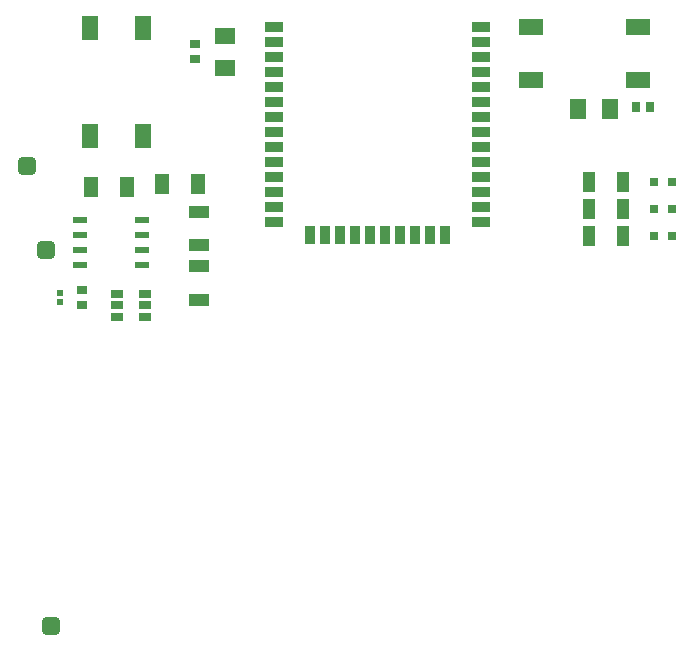
<source format=gbr>
%TF.GenerationSoftware,Altium Limited,Altium Designer,22.9.1 (49)*%
G04 Layer_Color=8421504*
%FSLAX23Y23*%
%MOIN*%
%TF.SameCoordinates,7E49B892-F471-4493-957F-970E4ADD815D*%
%TF.FilePolarity,Positive*%
%TF.FileFunction,Paste,Top*%
%TF.Part,Single*%
G01*
G75*
%TA.AperFunction,SMDPad,CuDef*%
%ADD10R,0.083X0.055*%
%ADD11R,0.049X0.071*%
G04:AMPARAMS|DCode=12|XSize=60mil|YSize=60mil|CornerRadius=15mil|HoleSize=0mil|Usage=FLASHONLY|Rotation=0.000|XOffset=0mil|YOffset=0mil|HoleType=Round|Shape=RoundedRectangle|*
%AMROUNDEDRECTD12*
21,1,0.060,0.030,0,0,0.0*
21,1,0.030,0.060,0,0,0.0*
1,1,0.030,0.015,-0.015*
1,1,0.030,-0.015,-0.015*
1,1,0.030,-0.015,0.015*
1,1,0.030,0.015,0.015*
%
%ADD12ROUNDEDRECTD12*%
%ADD13R,0.069X0.055*%
%ADD14R,0.067X0.041*%
%ADD15R,0.043X0.026*%
G04:AMPARAMS|DCode=16|XSize=22mil|YSize=49mil|CornerRadius=2mil|HoleSize=0mil|Usage=FLASHONLY|Rotation=90.000|XOffset=0mil|YOffset=0mil|HoleType=Round|Shape=RoundedRectangle|*
%AMROUNDEDRECTD16*
21,1,0.022,0.045,0,0,90.0*
21,1,0.018,0.049,0,0,90.0*
1,1,0.004,0.023,0.009*
1,1,0.004,0.023,-0.009*
1,1,0.004,-0.023,-0.009*
1,1,0.004,-0.023,0.009*
%
%ADD16ROUNDEDRECTD16*%
%ADD17R,0.032X0.030*%
%ADD18R,0.020X0.022*%
%ADD19R,0.055X0.069*%
%ADD20R,0.030X0.032*%
%ADD21R,0.031X0.031*%
%ADD22R,0.043X0.065*%
%ADD24R,0.059X0.035*%
%ADD25R,0.035X0.059*%
%ADD26R,0.055X0.083*%
D10*
X3121Y3796D02*
D03*
X3479D02*
D03*
X3121Y3974D02*
D03*
X3479D02*
D03*
D11*
X2010Y3450D02*
D03*
X1890D02*
D03*
X1775Y3440D02*
D03*
X1655D02*
D03*
D12*
X1522Y1975D02*
D03*
X1505Y3230D02*
D03*
X1440Y3510D02*
D03*
D13*
X2100Y3835D02*
D03*
Y3943D02*
D03*
D14*
X2015Y3357D02*
D03*
Y3245D02*
D03*
Y3063D02*
D03*
Y3175D02*
D03*
D15*
X1740Y3082D02*
D03*
Y3045D02*
D03*
Y3008D02*
D03*
X1834D02*
D03*
Y3045D02*
D03*
Y3082D02*
D03*
D16*
X1825Y3180D02*
D03*
Y3230D02*
D03*
Y3280D02*
D03*
Y3330D02*
D03*
X1618Y3180D02*
D03*
Y3230D02*
D03*
Y3280D02*
D03*
Y3330D02*
D03*
D17*
X1625Y3045D02*
D03*
Y3095D02*
D03*
X2000Y3915D02*
D03*
Y3865D02*
D03*
D18*
X1550Y3085D02*
D03*
Y3055D02*
D03*
D19*
X3277Y3700D02*
D03*
X3385D02*
D03*
D20*
X3470Y3705D02*
D03*
X3519D02*
D03*
D21*
X3590Y3455D02*
D03*
X3530D02*
D03*
X3590Y3365D02*
D03*
X3530D02*
D03*
X3590Y3275D02*
D03*
X3531D02*
D03*
D22*
X3427Y3365D02*
D03*
X3315D02*
D03*
X3427Y3275D02*
D03*
X3315D02*
D03*
X3427Y3455D02*
D03*
X3315D02*
D03*
D24*
X2954Y3973D02*
D03*
Y3923D02*
D03*
Y3873D02*
D03*
Y3823D02*
D03*
Y3773D02*
D03*
Y3723D02*
D03*
Y3673D02*
D03*
Y3623D02*
D03*
Y3573D02*
D03*
Y3523D02*
D03*
Y3473D02*
D03*
Y3423D02*
D03*
Y3373D02*
D03*
Y3323D02*
D03*
X2265D02*
D03*
Y3373D02*
D03*
Y3423D02*
D03*
Y3473D02*
D03*
Y3523D02*
D03*
Y3573D02*
D03*
Y3623D02*
D03*
Y3673D02*
D03*
Y3723D02*
D03*
Y3773D02*
D03*
Y3823D02*
D03*
Y3873D02*
D03*
Y3923D02*
D03*
Y3973D02*
D03*
D25*
X2834Y3280D02*
D03*
X2784D02*
D03*
X2734D02*
D03*
X2684D02*
D03*
X2634D02*
D03*
X2584D02*
D03*
X2534D02*
D03*
X2484D02*
D03*
X2434D02*
D03*
X2384D02*
D03*
D26*
X1829Y3611D02*
D03*
Y3969D02*
D03*
X1651Y3611D02*
D03*
Y3969D02*
D03*
%TF.MD5,d1efca38832ee851d4d8ad4462619a7e*%
M02*

</source>
